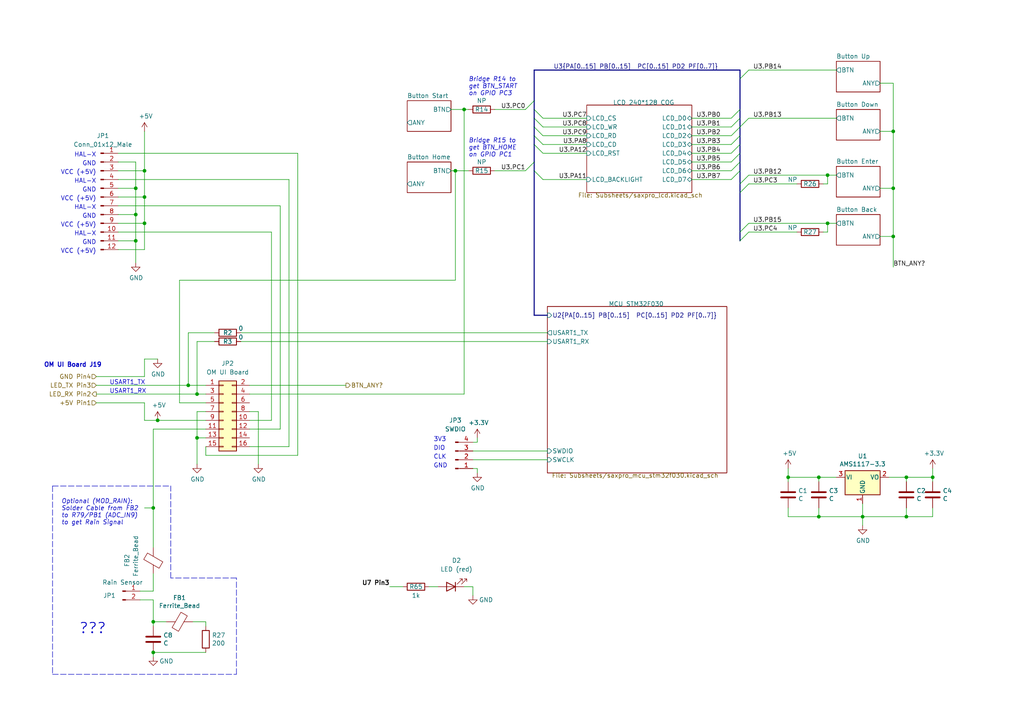
<source format=kicad_sch>
(kicad_sch (version 20211123) (generator eeschema)
  (paper "A4")
  (title_block (title "YardForce SAxxxPRO Dot-Matrix LCD CoverUI HS49067") (date "2023-08-22") (rev "0.1") (comment 1 "(c) Apehaenger") (comment 2 "For https://openmower.de") (comment 3 "PCB: WYPCB319B, WYM240128K1002") (comment 4 "LCD: WYM240128K10, 2019-12-14, HJ2818W6 A0"))
  (lib_symbols
    (symbol "Connector:Conn_01x02_Male" (pin_names (offset 1.016) hide)
      (property "Reference" "J" (at 0 2.54 0))
      (property "Value" "Conn_01x02_Male" (at 0 -5.08 0))
      (symbol "Conn_01x02_Male_1_1"
        (polyline (pts (xy 1.27 -2.54) (xy 0.8636 -2.54)) (stroke (width 0.1524)))
        (polyline (pts (xy 1.27 0) (xy 0.8636 0)) (stroke (width 0.1524)))
        (rectangle (start 0.8636 -2.413) (end 0 -2.667) (stroke (width 0.1524)) (fill (type outline)))
        (rectangle (start 0.8636 0.127) (end 0 -0.127) (stroke (width 0.1524)) (fill (type outline)))
        (pin passive line (at 5.08 0 180) (length 3.81) (name "Pin_1") (number "1"))
        (pin passive line (at 5.08 -2.54 180) (length 3.81) (name "Pin_2") (number "2"))
      )
    )
    (symbol "Connector:Conn_01x04_Male" (pin_names (offset 1.016) hide)
      (property "Reference" "J" (at 0 5.08 0))
      (property "Value" "Conn_01x04_Male" (at 0 -7.62 0))
      (symbol "Conn_01x04_Male_1_1"
        (polyline (pts (xy 1.27 -5.08) (xy 0.8636 -5.08)) (stroke (width 0.1524)))
        (polyline (pts (xy 1.27 -2.54) (xy 0.8636 -2.54)) (stroke (width 0.1524)))
        (polyline (pts (xy 1.27 0) (xy 0.8636 0)) (stroke (width 0.1524)))
        (polyline (pts (xy 1.27 2.54) (xy 0.8636 2.54)) (stroke (width 0.1524)))
        (rectangle (start 0.8636 -4.953) (end 0 -5.207) (stroke (width 0.1524)) (fill (type outline)))
        (rectangle (start 0.8636 -2.413) (end 0 -2.667) (stroke (width 0.1524)) (fill (type outline)))
        (rectangle (start 0.8636 0.127) (end 0 -0.127) (stroke (width 0.1524)) (fill (type outline)))
        (rectangle (start 0.8636 2.667) (end 0 2.413) (stroke (width 0.1524)) (fill (type outline)))
        (pin passive line (at 5.08 2.54 180) (length 3.81) (name "Pin_1") (number "1"))
        (pin passive line (at 5.08 0 180) (length 3.81) (name "Pin_2") (number "2"))
        (pin passive line (at 5.08 -2.54 180) (length 3.81) (name "Pin_3") (number "3"))
        (pin passive line (at 5.08 -5.08 180) (length 3.81) (name "Pin_4") (number "4"))
      )
    )
    (symbol "Connector:Conn_01x12_Male" (pin_names (offset 1.016) hide)
      (property "Reference" "J" (at 0 15.24 0))
      (property "Value" "Conn_01x12_Male" (at 0 -17.78 0))
      (symbol "Conn_01x12_Male_1_1"
        (polyline (pts (xy 1.27 -15.24) (xy 0.8636 -15.24)) (stroke (width 0.1524)))
        (polyline (pts (xy 1.27 -12.7) (xy 0.8636 -12.7)) (stroke (width 0.1524)))
        (polyline (pts (xy 1.27 -10.16) (xy 0.8636 -10.16)) (stroke (width 0.1524)))
        (polyline (pts (xy 1.27 -7.62) (xy 0.8636 -7.62)) (stroke (width 0.1524)))
        (polyline (pts (xy 1.27 -5.08) (xy 0.8636 -5.08)) (stroke (width 0.1524)))
        (polyline (pts (xy 1.27 -2.54) (xy 0.8636 -2.54)) (stroke (width 0.1524)))
        (polyline (pts (xy 1.27 0) (xy 0.8636 0)) (stroke (width 0.1524)))
        (polyline (pts (xy 1.27 2.54) (xy 0.8636 2.54)) (stroke (width 0.1524)))
        (polyline (pts (xy 1.27 5.08) (xy 0.8636 5.08)) (stroke (width 0.1524)))
        (polyline (pts (xy 1.27 7.62) (xy 0.8636 7.62)) (stroke (width 0.1524)))
        (polyline (pts (xy 1.27 10.16) (xy 0.8636 10.16)) (stroke (width 0.1524)))
        (polyline (pts (xy 1.27 12.7) (xy 0.8636 12.7)) (stroke (width 0.1524)))
        (rectangle (start 0.8636 -15.113) (end 0 -15.367) (stroke (width 0.1524)) (fill (type outline)))
        (rectangle (start 0.8636 -12.573) (end 0 -12.827) (stroke (width 0.1524)) (fill (type outline)))
        (rectangle (start 0.8636 -10.033) (end 0 -10.287) (stroke (width 0.1524)) (fill (type outline)))
        (rectangle (start 0.8636 -7.493) (end 0 -7.747) (stroke (width 0.1524)) (fill (type outline)))
        (rectangle (start 0.8636 -4.953) (end 0 -5.207) (stroke (width 0.1524)) (fill (type outline)))
        (rectangle (start 0.8636 -2.413) (end 0 -2.667) (stroke (width 0.1524)) (fill (type outline)))
        (rectangle (start 0.8636 0.127) (end 0 -0.127) (stroke (width 0.1524)) (fill (type outline)))
        (rectangle (start 0.8636 2.667) (end 0 2.413) (stroke (width 0.1524)) (fill (type outline)))
        (rectangle (start 0.8636 5.207) (end 0 4.953) (stroke (width 0.1524)) (fill (type outline)))
        (rectangle (start 0.8636 7.747) (end 0 7.493) (stroke (width 0.1524)) (fill (type outline)))
        (rectangle (start 0.8636 10.287) (end 0 10.033) (stroke (width 0.1524)) (fill (type outline)))
        (rectangle (start 0.8636 12.827) (end 0 12.573) (stroke (width 0.1524)) (fill (type outline)))
        (pin passive line (at 5.08 12.7 180) (length 3.81) (name "Pin_1") (number "1"))
        (pin passive line (at 5.08 -10.16 180) (length 3.81) (name "Pin_10") (number "10"))
        (pin passive line (at 5.08 -12.7 180) (length 3.81) (name "Pin_11") (number "11"))
        (pin passive line (at 5.08 -15.24 180) (length 3.81) (name "Pin_12") (number "12"))
        (pin passive line (at 5.08 10.16 180) (length 3.81) (name "Pin_2") (number "2"))
        (pin passive line (at 5.08 7.62 180) (length 3.81) (name "Pin_3") (number "3"))
        (pin passive line (at 5.08 5.08 180) (length 3.81) (name "Pin_4") (number "4"))
        (pin passive line (at 5.08 2.54 180) (length 3.81) (name "Pin_5") (number "5"))
        (pin passive line (at 5.08 0 180) (length 3.81) (name "Pin_6") (number "6"))
        (pin passive line (at 5.08 -2.54 180) (length 3.81) (name "Pin_7") (number "7"))
        (pin passive line (at 5.08 -5.08 180) (length 3.81) (name "Pin_8") (number "8"))
        (pin passive line (at 5.08 -7.62 180) (length 3.81) (name "Pin_9") (number "9"))
      )
    )
    (symbol "Connector_Generic:Conn_02x08_Odd_Even" (pin_names (offset 1.016) hide)
      (property "Reference" "J" (at 1.27 10.16 0))
      (property "Value" "Conn_02x08_Odd_Even" (at 1.27 -12.7 0))
      (symbol "Conn_02x08_Odd_Even_1_1"
        (rectangle (start -1.27 -10.033) (end 0 -10.287) (stroke (width 0.1524)))
        (rectangle (start -1.27 -7.493) (end 0 -7.747) (stroke (width 0.1524)))
        (rectangle (start -1.27 -4.953) (end 0 -5.207) (stroke (width 0.1524)))
        (rectangle (start -1.27 -2.413) (end 0 -2.667) (stroke (width 0.1524)))
        (rectangle (start -1.27 0.127) (end 0 -0.127) (stroke (width 0.1524)))
        (rectangle (start -1.27 2.667) (end 0 2.413) (stroke (width 0.1524)))
        (rectangle (start -1.27 5.207) (end 0 4.953) (stroke (width 0.1524)))
        (rectangle (start -1.27 7.747) (end 0 7.493) (stroke (width 0.1524)))
        (rectangle (start -1.27 8.89) (end 3.81 -11.43) (stroke (width 0.254)) (fill (type background)))
        (rectangle (start 3.81 -10.033) (end 2.54 -10.287) (stroke (width 0.1524)))
        (rectangle (start 3.81 -7.493) (end 2.54 -7.747) (stroke (width 0.1524)))
        (rectangle (start 3.81 -4.953) (end 2.54 -5.207) (stroke (width 0.1524)))
        (rectangle (start 3.81 -2.413) (end 2.54 -2.667) (stroke (width 0.1524)))
        (rectangle (start 3.81 0.127) (end 2.54 -0.127) (stroke (width 0.1524)))
        (rectangle (start 3.81 2.667) (end 2.54 2.413) (stroke (width 0.1524)))
        (rectangle (start 3.81 5.207) (end 2.54 4.953) (stroke (width 0.1524)))
        (rectangle (start 3.81 7.747) (end 2.54 7.493) (stroke (width 0.1524)))
        (pin passive line (at -5.08 7.62 0) (length 3.81) (name "Pin_1") (number "1"))
        (pin passive line (at 7.62 -2.54 180) (length 3.81) (name "Pin_10") (number "10"))
        (pin passive line (at -5.08 -5.08 0) (length 3.81) (name "Pin_11") (number "11"))
        (pin passive line (at 7.62 -5.08 180) (length 3.81) (name "Pin_12") (number "12"))
        (pin passive line (at -5.08 -7.62 0) (length 3.81) (name "Pin_13") (number "13"))
        (pin passive line (at 7.62 -7.62 180) (length 3.81) (name "Pin_14") (number "14"))
        (pin passive line (at -5.08 -10.16 0) (length 3.81) (name "Pin_15") (number "15"))
        (pin passive line (at 7.62 -10.16 180) (length 3.81) (name "Pin_16") (number "16"))
        (pin passive line (at 7.62 7.62 180) (length 3.81) (name "Pin_2") (number "2"))
        (pin passive line (at -5.08 5.08 0) (length 3.81) (name "Pin_3") (number "3"))
        (pin passive line (at 7.62 5.08 180) (length 3.81) (name "Pin_4") (number "4"))
        (pin passive line (at -5.08 2.54 0) (length 3.81) (name "Pin_5") (number "5"))
        (pin passive line (at 7.62 2.54 180) (length 3.81) (name "Pin_6") (number "6"))
        (pin passive line (at -5.08 0 0) (length 3.81) (name "Pin_7") (number "7"))
        (pin passive line (at 7.62 0 180) (length 3.81) (name "Pin_8") (number "8"))
        (pin passive line (at -5.08 -2.54 0) (length 3.81) (name "Pin_9") (number "9"))
      )
    )
    (symbol "Device:C" (pin_numbers hide) (pin_names (offset 0.254))
      (property "Reference" "C" (at 0.635 2.54 0))
      (property "Value" "C" (at 0.635 -2.54 0))
      (symbol "C_0_1"
        (polyline (pts (xy -2.032 -0.762) (xy 2.032 -0.762)) (stroke (width 0.508)))
        (polyline (pts (xy -2.032 0.762) (xy 2.032 0.762)) (stroke (width 0.508)))
      )
      (symbol "C_1_1"
        (pin passive line (at 0 3.81 270) (length 2.794) (name "~") (number "1"))
        (pin passive line (at 0 -3.81 90) (length 2.794) (name "~") (number "2"))
      )
    )
    (symbol "Device:Ferrite_Bead" (pin_numbers hide) (pin_names (offset 0))
      (property "Reference" "FB" (at -3.81 0.635 90))
      (property "Value" "Device_Ferrite_Bead" (at 3.81 0 90))
      (symbol "Ferrite_Bead_0_1"
        (polyline (pts (xy 0 -1.27) (xy 0 -1.2192)))
        (polyline (pts (xy 0 1.27) (xy 0 1.2954)))
        (polyline (pts (xy -2.7686 0.4064) (xy -1.7018 2.2606) (xy 2.7686 -0.3048) (xy 1.6764 -2.159) (xy -2.7686 0.4064)))
      )
      (symbol "Ferrite_Bead_1_1"
        (pin passive line (at 0 3.81 270) (length 2.54) (name "~") (number "1"))
        (pin passive line (at 0 -3.81 90) (length 2.54) (name "~") (number "2"))
      )
    )
    (symbol "Device:LED" (pin_numbers hide) (pin_names (offset 1.016) hide)
      (property "Reference" "D" (at 0 2.54 0))
      (property "Value" "LED" (at 0 -2.54 0))
      (symbol "LED_0_1"
        (polyline (pts (xy -1.27 -1.27) (xy -1.27 1.27)) (stroke (width 0.254)))
        (polyline (pts (xy -1.27 0) (xy 1.27 0)))
        (polyline (pts (xy 1.27 -1.27) (xy 1.27 1.27) (xy -1.27 0) (xy 1.27 -1.27)) (stroke (width 0.254)))
        (polyline (pts (xy -3.048 -0.762) (xy -4.572 -2.286) (xy -3.81 -2.286) (xy -4.572 -2.286) (xy -4.572 -1.524)))
        (polyline (pts (xy -1.778 -0.762) (xy -3.302 -2.286) (xy -2.54 -2.286) (xy -3.302 -2.286) (xy -3.302 -1.524)))
      )
      (symbol "LED_1_1"
        (pin passive line (at -3.81 0 0) (length 2.54) (name "K") (number "1"))
        (pin passive line (at 3.81 0 180) (length 2.54) (name "A") (number "2"))
      )
    )
    (symbol "Device:R" (pin_numbers hide) (pin_names (offset 0))
      (property "Reference" "R" (at 2.032 0 90))
      (property "Value" "R" (at 0 0 90))
      (symbol "R_0_1"
        (rectangle (start -1.016 -2.54) (end 1.016 2.54) (stroke (width 0.254)))
      )
      (symbol "R_1_1"
        (pin passive line (at 0 3.81 270) (length 1.27) (name "~") (number "1"))
        (pin passive line (at 0 -3.81 90) (length 1.27) (name "~") (number "2"))
      )
    )
    (symbol "Regulator_Linear:AMS1117-3.3" (pin_names (offset 0.254))
      (property "Reference" "U" (at -3.81 3.175 0))
      (property "Value" "AMS1117-3.3" (at 0 3.175 0))
      (symbol "AMS1117-3.3_0_1"
        (rectangle (start -5.08 -5.08) (end 5.08 1.905) (stroke (width 0.254)) (fill (type background)))
      )
      (symbol "AMS1117-3.3_1_1"
        (pin power_in line (at 0 -7.62 90) (length 2.54) (name "GND") (number "1"))
        (pin power_out line (at 7.62 0 180) (length 2.54) (name "VO") (number "2"))
        (pin power_in line (at -7.62 0 0) (length 2.54) (name "VI") (number "3"))
      )
    )
    (symbol "power:+3.3V" (power) (pin_names (offset 0))
      (property "Value" "+3.3V" (at 0 3.556 0))
      (symbol "+3.3V_0_1"
        (polyline (pts (xy -0.762 1.27) (xy 0 2.54)))
        (polyline (pts (xy 0 0) (xy 0 2.54)))
        (polyline (pts (xy 0 2.54) (xy 0.762 1.27)))
      )
      (symbol "+3.3V_1_1"
        (pin power_in line (at 0 0 90) (length 0) hide (name "+3.3V") (number "1"))
      )
    )
    (symbol "power:+5V" (power) (pin_names (offset 0))
      (property "Value" "+5V" (at 0 3.556 0))
      (symbol "+5V_0_1"
        (polyline (pts (xy -0.762 1.27) (xy 0 2.54)))
        (polyline (pts (xy 0 0) (xy 0 2.54)))
        (polyline (pts (xy 0 2.54) (xy 0.762 1.27)))
      )
      (symbol "+5V_1_1"
        (pin power_in line (at 0 0 90) (length 0) hide (name "+5V") (number "1"))
      )
    )
    (symbol "power:GND" (power) (pin_names (offset 0))
      (property "Value" "GND" (at 0 -3.81 0))
      (symbol "GND_0_1"
        (polyline (pts (xy 0 0) (xy 0 -1.27) (xy 1.27 -1.27) (xy 0 -2.54) (xy -1.27 -1.27) (xy 0 -1.27)))
      )
      (symbol "GND_1_1"
        (pin power_in line (at 0 0 270) (length 0) hide (name "GND") (number "1"))
      )
    )
  )
  (junction (at 39.37 69.85))
  (junction (at 240.03 50.8))
  (junction (at 57.15 114.3))
  (junction (at 57.15 127))
  (junction (at 250.19 149.86))
  (junction (at 237.49 149.86))
  (junction (at 45.72 121.92))
  (junction (at 262.89 149.86))
  (junction (at 262.89 138.43))
  (junction (at 237.49 138.43))
  (junction (at 44.45 189.23))
  (junction (at 132.08 49.53))
  (junction (at 240.03 64.77))
  (junction (at 54.61 111.76))
  (junction (at 41.91 64.77))
  (junction (at 259.08 54.61))
  (junction (at 41.91 49.53))
  (junction (at 259.08 38.1))
  (junction (at 270.51 138.43))
  (junction (at 134.62 31.75))
  (junction (at 44.45 147.32))
  (junction (at 41.91 57.15))
  (junction (at 39.37 62.23))
  (junction (at 228.6 138.43))
  (junction (at 39.37 54.61))
  (junction (at 259.08 68.58))
  (junction (at 44.45 180.34))
  (bus_entry (at 214.63 41.91) (size -2.54 2.54))
  (bus_entry (at 154.94 49.53) (size 2.54 2.54))
  (bus_entry (at 214.63 46.99) (size -2.54 2.54))
  (bus_entry (at 214.63 39.37) (size -2.54 2.54))
  (bus_entry (at 154.94 31.75) (size 2.54 2.54))
  (bus_entry (at 214.63 22.86) (size 2.54 -2.54))
  (bus_entry (at 217.17 50.8) (size -2.54 2.54))
  (bus_entry (at 154.94 41.91) (size 2.54 2.54))
  (bus_entry (at 214.63 34.29) (size -2.54 2.54))
  (bus_entry (at 154.94 39.37) (size 2.54 2.54))
  (bus_entry (at 217.17 67.31) (size -2.54 2.54))
  (bus_entry (at 217.17 64.77) (size -2.54 2.54))
  (bus_entry (at 152.4 49.53) (size 2.54 -2.54))
  (bus_entry (at 154.94 29.21) (size -2.54 2.54))
  (bus_entry (at 214.63 44.45) (size -2.54 2.54))
  (bus_entry (at 212.09 39.37) (size 2.54 -2.54))
  (bus_entry (at 214.63 49.53) (size -2.54 2.54))
  (bus_entry (at 217.17 53.34) (size -2.54 2.54))
  (bus_entry (at 214.63 36.83) (size 2.54 -2.54))
  (bus_entry (at 154.94 34.29) (size 2.54 2.54))
  (bus_entry (at 154.94 36.83) (size 2.54 2.54))
  (bus_entry (at 214.63 31.75) (size -2.54 2.54))
  (polyline (pts (xy 68.58 167.64) (xy 49.53 167.64)))
  (wire (pts (xy 238.76 53.34) (xy 240.03 53.34)))
  (wire (pts (xy 270.51 138.43) (xy 270.51 139.7)))
  (bus (pts (xy 154.94 20.32) (xy 214.63 20.32)))
  (wire (pts (xy 137.16 133.35) (xy 158.75 133.35)))
  (wire (pts (xy 57.15 114.3) (xy 59.69 114.3)))
  (wire (pts (xy 228.6 138.43) (xy 228.6 139.7)))
  (bus (pts (xy 214.63 22.86) (xy 214.63 31.75)))
  (bus (pts (xy 214.63 46.99) (xy 214.63 49.53)))
  (wire (pts (xy 44.45 147.32) (xy 44.45 158.75)))
  (wire (pts (xy 34.29 57.15) (xy 41.91 57.15)))
  (wire (pts (xy 255.27 54.61) (xy 259.08 54.61)))
  (wire (pts (xy 41.91 147.32) (xy 44.45 147.32)))
  (wire (pts (xy 237.49 147.32) (xy 237.49 149.86)))
  (wire (pts (xy 40.64 173.99) (xy 44.45 173.99)))
  (wire (pts (xy 217.17 50.8) (xy 240.03 50.8)))
  (polyline (pts (xy 15.24 195.58) (xy 68.58 195.58)))
  (bus (pts (xy 214.63 67.31) (xy 214.63 69.85)))
  (wire (pts (xy 34.29 44.45) (xy 86.36 44.45)))
  (wire (pts (xy 255.27 38.1) (xy 259.08 38.1)))
  (wire (pts (xy 217.17 64.77) (xy 240.03 64.77)))
  (wire (pts (xy 237.49 138.43) (xy 242.57 138.43)))
  (wire (pts (xy 41.91 57.15) (xy 41.91 49.53)))
  (bus (pts (xy 214.63 39.37) (xy 214.63 41.91)))
  (wire (pts (xy 200.66 36.83) (xy 212.09 36.83)))
  (wire (pts (xy 152.4 49.53) (xy 143.51 49.53)))
  (wire (pts (xy 259.08 38.1) (xy 259.08 54.61)))
  (wire (pts (xy 52.07 81.28) (xy 132.08 81.28)))
  (wire (pts (xy 72.39 114.3) (xy 134.62 114.3)))
  (wire (pts (xy 200.66 41.91) (xy 212.09 41.91)))
  (polyline (pts (xy 15.24 140.97) (xy 49.53 140.97)))
  (wire (pts (xy 137.16 135.89) (xy 138.43 135.89)))
  (wire (pts (xy 27.94 116.84) (xy 41.91 116.84)))
  (wire (pts (xy 262.89 138.43) (xy 270.51 138.43)))
  (wire (pts (xy 41.91 116.84) (xy 41.91 121.92)))
  (wire (pts (xy 113.03 170.18) (xy 116.84 170.18)))
  (bus (pts (xy 214.63 31.75) (xy 214.63 34.29)))
  (wire (pts (xy 250.19 146.05) (xy 250.19 149.86)))
  (wire (pts (xy 45.72 121.92) (xy 59.69 121.92)))
  (polyline (pts (xy 15.24 140.97) (xy 15.24 195.58)))
  (wire (pts (xy 27.94 114.3) (xy 57.15 114.3)))
  (wire (pts (xy 27.94 111.76) (xy 54.61 111.76)))
  (bus (pts (xy 154.94 34.29) (xy 154.94 31.75)))
  (wire (pts (xy 152.4 31.75) (xy 143.51 31.75)))
  (wire (pts (xy 228.6 147.32) (xy 228.6 149.86)))
  (bus (pts (xy 154.94 36.83) (xy 154.94 34.29)))
  (wire (pts (xy 27.94 109.22) (xy 41.91 109.22)))
  (wire (pts (xy 41.91 72.39) (xy 41.91 64.77)))
  (wire (pts (xy 270.51 149.86) (xy 270.51 147.32)))
  (wire (pts (xy 237.49 149.86) (xy 250.19 149.86)))
  (bus (pts (xy 158.75 91.44) (xy 154.94 91.44)))
  (wire (pts (xy 54.61 96.52) (xy 54.61 111.76)))
  (wire (pts (xy 41.91 121.92) (xy 45.72 121.92)))
  (wire (pts (xy 74.93 119.38) (xy 74.93 134.62)))
  (wire (pts (xy 59.69 189.23) (xy 44.45 189.23)))
  (wire (pts (xy 52.07 116.84) (xy 52.07 81.28)))
  (wire (pts (xy 200.66 44.45) (xy 212.09 44.45)))
  (wire (pts (xy 83.82 52.07) (xy 83.82 129.54)))
  (wire (pts (xy 34.29 59.69) (xy 81.28 59.69)))
  (wire (pts (xy 44.45 124.46) (xy 59.69 124.46)))
  (wire (pts (xy 228.6 138.43) (xy 237.49 138.43)))
  (wire (pts (xy 200.66 52.07) (xy 212.09 52.07)))
  (wire (pts (xy 44.45 124.46) (xy 44.45 147.32)))
  (wire (pts (xy 137.16 128.27) (xy 138.43 128.27)))
  (wire (pts (xy 250.19 149.86) (xy 262.89 149.86)))
  (wire (pts (xy 52.07 116.84) (xy 59.69 116.84)))
  (wire (pts (xy 200.66 49.53) (xy 212.09 49.53)))
  (wire (pts (xy 86.36 44.45) (xy 86.36 132.08)))
  (bus (pts (xy 214.63 36.83) (xy 214.63 39.37)))
  (wire (pts (xy 72.39 111.76) (xy 100.33 111.76)))
  (wire (pts (xy 41.91 49.53) (xy 41.91 38.1)))
  (wire (pts (xy 34.29 49.53) (xy 41.91 49.53)))
  (wire (pts (xy 257.81 138.43) (xy 262.89 138.43)))
  (wire (pts (xy 62.23 96.52) (xy 54.61 96.52)))
  (wire (pts (xy 217.17 34.29) (xy 242.57 34.29)))
  (wire (pts (xy 262.89 149.86) (xy 270.51 149.86)))
  (wire (pts (xy 72.39 119.38) (xy 74.93 119.38)))
  (bus (pts (xy 214.63 55.88) (xy 214.63 67.31)))
  (wire (pts (xy 59.69 180.34) (xy 55.88 180.34)))
  (wire (pts (xy 59.69 119.38) (xy 57.15 119.38)))
  (wire (pts (xy 34.29 52.07) (xy 83.82 52.07)))
  (wire (pts (xy 69.85 96.52) (xy 158.75 96.52)))
  (wire (pts (xy 132.08 49.53) (xy 135.89 49.53)))
  (wire (pts (xy 81.28 59.69) (xy 81.28 124.46)))
  (wire (pts (xy 41.91 104.14) (xy 45.72 104.14)))
  (wire (pts (xy 255.27 24.13) (xy 259.08 24.13)))
  (wire (pts (xy 157.48 36.83) (xy 170.18 36.83)))
  (wire (pts (xy 69.85 99.06) (xy 158.75 99.06)))
  (wire (pts (xy 57.15 127) (xy 59.69 127)))
  (wire (pts (xy 259.08 54.61) (xy 259.08 68.58)))
  (wire (pts (xy 157.48 39.37) (xy 170.18 39.37)))
  (bus (pts (xy 214.63 44.45) (xy 214.63 46.99)))
  (wire (pts (xy 44.45 173.99) (xy 44.45 180.34)))
  (wire (pts (xy 72.39 121.92) (xy 78.74 121.92)))
  (wire (pts (xy 228.6 138.43) (xy 228.6 135.89)))
  (wire (pts (xy 240.03 64.77) (xy 242.57 64.77)))
  (wire (pts (xy 200.66 39.37) (xy 212.09 39.37)))
  (wire (pts (xy 124.46 170.18) (xy 127 170.18)))
  (wire (pts (xy 34.29 64.77) (xy 41.91 64.77)))
  (wire (pts (xy 132.08 81.28) (xy 132.08 49.53)))
  (wire (pts (xy 134.62 170.18) (xy 137.16 170.18)))
  (wire (pts (xy 157.48 52.07) (xy 170.18 52.07)))
  (wire (pts (xy 34.29 54.61) (xy 39.37 54.61)))
  (wire (pts (xy 134.62 114.3) (xy 134.62 31.75)))
  (wire (pts (xy 240.03 53.34) (xy 240.03 50.8)))
  (wire (pts (xy 250.19 149.86) (xy 250.19 152.4)))
  (wire (pts (xy 240.03 64.77) (xy 240.03 67.31)))
  (wire (pts (xy 40.64 171.45) (xy 44.45 171.45)))
  (wire (pts (xy 228.6 149.86) (xy 237.49 149.86)))
  (wire (pts (xy 34.29 69.85) (xy 39.37 69.85)))
  (bus (pts (xy 154.94 29.21) (xy 154.94 31.75)))
  (wire (pts (xy 157.48 44.45) (xy 170.18 44.45)))
  (wire (pts (xy 41.91 64.77) (xy 41.91 57.15)))
  (wire (pts (xy 130.81 31.75) (xy 134.62 31.75)))
  (wire (pts (xy 39.37 62.23) (xy 39.37 69.85)))
  (wire (pts (xy 59.69 181.61) (xy 59.69 180.34)))
  (wire (pts (xy 217.17 20.32) (xy 242.57 20.32)))
  (wire (pts (xy 59.69 132.08) (xy 59.69 129.54)))
  (wire (pts (xy 39.37 46.99) (xy 39.37 54.61)))
  (wire (pts (xy 238.76 67.31) (xy 240.03 67.31)))
  (wire (pts (xy 44.45 189.23) (xy 44.45 190.5)))
  (wire (pts (xy 44.45 181.61) (xy 44.45 180.34)))
  (wire (pts (xy 134.62 31.75) (xy 135.89 31.75)))
  (wire (pts (xy 231.14 67.31) (xy 217.17 67.31)))
  (wire (pts (xy 34.29 62.23) (xy 39.37 62.23)))
  (wire (pts (xy 72.39 129.54) (xy 83.82 129.54)))
  (wire (pts (xy 34.29 72.39) (xy 41.91 72.39)))
  (wire (pts (xy 44.45 166.37) (xy 44.45 171.45)))
  (wire (pts (xy 137.16 130.81) (xy 158.75 130.81)))
  (wire (pts (xy 57.15 99.06) (xy 57.15 114.3)))
  (bus (pts (xy 154.94 46.99) (xy 154.94 41.91)))
  (wire (pts (xy 57.15 119.38) (xy 57.15 127)))
  (wire (pts (xy 78.74 67.31) (xy 78.74 121.92)))
  (wire (pts (xy 44.45 180.34) (xy 48.26 180.34)))
  (wire (pts (xy 237.49 139.7) (xy 237.49 138.43)))
  (wire (pts (xy 157.48 34.29) (xy 170.18 34.29)))
  (wire (pts (xy 138.43 128.27) (xy 138.43 127)))
  (wire (pts (xy 259.08 68.58) (xy 259.08 77.47)))
  (wire (pts (xy 259.08 68.58) (xy 255.27 68.58)))
  (bus (pts (xy 214.63 20.32) (xy 214.63 22.86)))
  (polyline (pts (xy 49.53 167.64) (xy 49.53 140.97)))
  (wire (pts (xy 62.23 99.06) (xy 57.15 99.06)))
  (wire (pts (xy 72.39 124.46) (xy 81.28 124.46)))
  (bus (pts (xy 214.63 34.29) (xy 214.63 36.83)))
  (wire (pts (xy 240.03 50.8) (xy 242.57 50.8)))
  (bus (pts (xy 154.94 91.44) (xy 154.94 49.53)))
  (wire (pts (xy 157.48 41.91) (xy 170.18 41.91)))
  (polyline (pts (xy 68.58 195.58) (xy 68.58 167.64)))
  (wire (pts (xy 34.29 46.99) (xy 39.37 46.99)))
  (wire (pts (xy 262.89 138.43) (xy 262.89 139.7)))
  (wire (pts (xy 137.16 170.18) (xy 137.16 172.72)))
  (wire (pts (xy 39.37 69.85) (xy 39.37 76.2)))
  (wire (pts (xy 130.81 49.53) (xy 132.08 49.53)))
  (wire (pts (xy 270.51 138.43) (xy 270.51 135.89)))
  (bus (pts (xy 154.94 41.91) (xy 154.94 39.37)))
  (wire (pts (xy 54.61 111.76) (xy 59.69 111.76)))
  (bus (pts (xy 154.94 20.32) (xy 154.94 29.21)))
  (wire (pts (xy 34.29 67.31) (xy 78.74 67.31)))
  (bus (pts (xy 154.94 39.37) (xy 154.94 36.83)))
  (wire (pts (xy 138.43 135.89) (xy 138.43 137.16)))
  (wire (pts (xy 200.66 34.29) (xy 212.09 34.29)))
  (wire (pts (xy 59.69 132.08) (xy 86.36 132.08)))
  (bus (pts (xy 154.94 49.53) (xy 154.94 46.99)))
  (wire (pts (xy 259.08 24.13) (xy 259.08 38.1)))
  (bus (pts (xy 214.63 49.53) (xy 214.63 53.34)))
  (wire (pts (xy 57.15 127) (xy 57.15 134.62)))
  (bus (pts (xy 214.63 53.34) (xy 214.63 55.88)))
  (wire (pts (xy 231.14 53.34) (xy 217.17 53.34)))
  (bus (pts (xy 214.63 41.91) (xy 214.63 44.45)))
  (wire (pts (xy 41.91 109.22) (xy 41.91 104.14)))
  (wire (pts (xy 262.89 147.32) (xy 262.89 149.86)))
  (wire (pts (xy 39.37 54.61) (xy 39.37 62.23)))
  (wire (pts (xy 200.66 46.99) (xy 212.09 46.99)))
  (text "VCC (+5V)" (at 27.94 66.04 180) (effects (font (size 1.27 1.27)) (justify right bottom)))
  (text "DIO" (at 125.73 130.81 0) (effects (font (size 1.27 1.27)) (justify left bottom)))
  (text "USART1_TX" (at 31.75 111.76 0) (effects (font (size 1.27 1.27)) (justify left bottom)))
  (text "3V3" (at 125.73 128.27 0) (effects (font (size 1.27 1.27)) (justify left bottom)))
  (text "HAL-X" (at 27.94 53.34 180) (effects (font (size 1.27 1.27)) (justify right bottom)))
  (text "???" (at 22.86 184.15 0) (effects (font (size 3 3) (thickness 0.254) bold) (justify left bottom)))
  (text "OM UI Board J19" (at 12.7 106.68 0) (effects (font (size 1.27 1.27) (thickness 0.254) bold) (justify left bottom)))
  (text "CLK" (at 125.73 133.35 0) (effects (font (size 1.27 1.27)) (justify left bottom)))
  (text "HAL-X" (at 27.94 45.72 180) (effects (font (size 1.27 1.27)) (justify right bottom)))
  (text "Optional (MOD_RAIN):\nSolder Cable from FB2\nto R79/PB1 (ADC_IN9)\nto get Rain Signal" (at 17.78 152.4 0) (effects (font (size 1.27 1.27) italic) (justify left bottom)))
  (text "Bridge R15 to\nget BTN_HOME\non GPIO PC1" (at 135.89 45.72 0) (effects (font (size 1.27 1.27) italic) (justify left bottom)))
  (text "GND" (at 27.94 71.12 180) (effects (font (size 1.27 1.27)) (justify right bottom)))
  (text "GND" (at 27.94 55.88 180) (effects (font (size 1.27 1.27)) (justify right bottom)))
  (text "VCC (+5V)" (at 27.94 50.8 180) (effects (font (size 1.27 1.27)) (justify right bottom)))
  (text "VCC (+5V)" (at 27.94 73.66 180) (effects (font (size 1.27 1.27)) (justify right bottom)))
  (text "GND" (at 125.73 135.89 0) (effects (font (size 1.27 1.27)) (justify left bottom)))
  (text "GND" (at 27.94 63.5 180) (effects (font (size 1.27 1.27)) (justify right bottom)))
  (text "VCC (+5V)" (at 27.94 58.42 180) (effects (font (size 1.27 1.27)) (justify right bottom)))
  (text "Bridge R14 to\nget BTN_START\non GPIO PC3" (at 135.89 27.94 0) (effects (font (size 1.27 1.27) italic) (justify left bottom)))
  (text "HAL-X" (at 27.94 68.58 180) (effects (font (size 1.27 1.27)) (justify right bottom)))
  (text "GND" (at 27.94 48.26 180) (effects (font (size 1.27 1.27)) (justify right bottom)))
  (text "USART1_RX" (at 31.75 114.3 0) (effects (font (size 1.27 1.27)) (justify left bottom)))
  (text "HAL-X" (at 27.94 60.96 180) (effects (font (size 1.27 1.27)) (justify right bottom)))
  (label "U3.PB6" (at 201.93 49.53 0))
  (label "U3.PB14" (at 218.44 20.32 0))
  (label "U3.PC8" (at 170.18 36.83 180))
  (label "U3.PB2" (at 201.93 39.37 0))
  (label "U3.PC4" (at 218.44 67.31 0))
  (label "U3.PC7" (at 170.18 34.29 180))
  (label "U3.PB5" (at 201.93 46.99 0))
  (label "U3.PB15" (at 218.44 64.77 0))
  (label "U3.PC1" (at 152.4 49.53 180))
  (label "U3{PA[0..15] PB[0..15]  PC[0..15] PD2 PF[0..7]}" (at 208.28 20.32 180))
  (label "BTN_ANY?" (at 259.08 77.47 0))
  (label "U3.PB4" (at 201.93 44.45 0))
  (label "U3.PB12" (at 218.44 50.8 0))
  (label "U3.PB7" (at 201.93 52.07 0))
  (label "U3.PC0" (at 152.4 31.75 180))
  (label "U3.PA8" (at 170.18 41.91 180))
  (label "U3.PC9" (at 170.18 39.37 180))
  (label "U3.PB13" (at 218.44 34.29 0))
  (label "U3.PB3" (at 201.93 41.91 0))
  (label "U3.PB0" (at 201.93 34.29 0))
  (label "U3.PB1" (at 201.93 36.83 0))
  (label "U3.PA12" (at 170.18 44.45 180))
  (label "U3.PC3" (at 218.44 53.34 0))
  (label "U7 Pin3" (at 113.03 170.18 180) (effects (font bold)))
  (label "U3.PA11" (at 170.18 52.07 180))
  (hierarchical_label "GND Pin4" (shape input) (at 27.94 109.22 180))
  (hierarchical_label "LED_TX Pin3" (shape input) (at 27.94 111.76 180))
  (hierarchical_label "BTN_ANY?" (shape output) (at 100.33 111.76 0))
  (hierarchical_label "LED_RX Pin2" (shape output) (at 27.94 114.3 180))
  (hierarchical_label "+5V Pin1" (shape input) (at 27.94 116.84 180))
  (symbol (lib_id "Connector:Conn_01x12_Male") (at 29.21 57.15 0) (unit 1)
    (property "Reference" "JP1" (at 29.845 39.37 0))
    (property "Value" "Conn_01x12_Male" (at 29.845 41.91 0))
  )
  (symbol (lib_id "Connector:Conn_01x04_Male") (at 132.08 133.35 0) (mirror x) (unit 1)
    (property "Reference" "JP3" (at 132.08 121.92 0))
    (property "Value" "SWDIO" (at 132.08 124.46 0))
  )
  (symbol (lib_id "Device:Ferrite_Bead") (at 44.45 162.56 180) (unit 1)
    (property "Reference" "FB2" (at 36.83 162.56 90))
    (property "Value" "Ferrite_Bead" (at 39.37 161.29 90))
  )
  (symbol (lib_id "power:+5V") (at 45.72 121.92 0) (unit 1)
    (property "Reference" "#PWR?" (effects hide))
    (property "Value" "+5V" (at 46.101 117.5258 0))
  )
  (symbol (lib_id "Device:C") (at 270.51 143.51 0) (unit 1)
    (property "Reference" "C4" (at 273.431 142.3416 0) (effects (justify left)))
    (property "Value" "C" (at 273.431 144.653 0) (effects (justify left)))
  )
  (symbol (lib_id "Device:C") (at 237.49 143.51 0) (unit 1)
    (property "Reference" "C3" (at 240.411 142.3416 0) (effects (justify left)))
    (property "Value" "C" (at 240.411 144.653 0) (effects (justify left)))
  )
  (symbol (lib_id "Connector_Generic:Conn_02x08_Odd_Even") (at 64.77 119.38 0) (unit 1)
    (property "Reference" "JP2" (at 66.04 105.41 0))
    (property "Value" "OM UI Board" (at 66.04 107.95 0))
  )
  (symbol (lib_id "Device:R") (at 59.69 185.42 0) (unit 1)
    (property "Reference" "R27" (at 61.468 184.2516 0) (effects (justify left)))
    (property "Value" "200" (at 61.468 186.563 0) (effects (justify left)))
  )
  (symbol (lib_id "Regulator_Linear:AMS1117-3.3") (at 250.19 138.43 0) (unit 1)
    (property "Reference" "U1" (at 250.19 132.2832 0))
    (property "Value" "AMS1117-3.3" (at 250.19 134.5946 0))
    (property "Footprint" "Package_TO_SOT_SMD:SOT-223-3_TabPin2" (effects hide))
    (property "Datasheet" "http://www.advanced-monolithic.com/pdf/ds1117.pdf" (effects hide))
  )
  (symbol (lib_id "Device:R") (at 66.04 96.52 270) (unit 1)
    (property "Reference" "R2" (at 66.04 96.52 90))
    (property "Value" "0" (at 69.85 95.25 90))
  )
  (symbol (lib_id "Device:C") (at 44.45 185.42 0) (unit 1)
    (property "Reference" "C8" (at 47.371 184.2516 0) (effects (justify left)))
    (property "Value" "C" (at 47.371 186.563 0) (effects (justify left)))
  )
  (symbol (lib_id "Device:R") (at 139.7 31.75 270) (unit 1)
    (property "Reference" "R14" (at 139.7 31.75 90))
    (property "Value" "NP" (at 139.7 29.21 90))
  )
  (symbol (lib_id "Device:R") (at 66.04 99.06 270) (unit 1)
    (property "Reference" "R3" (at 66.04 99.06 90))
    (property "Value" "0" (at 69.85 97.79 90))
  )
  (symbol (lib_id "power:+3.3V") (at 138.43 127 0) (unit 1)
    (property "Reference" "#PWR?" (effects hide))
    (property "Value" "+3.3V" (at 138.811 122.6058 0))
  )
  (symbol (lib_id "power:+3.3V") (at 270.51 135.89 0) (unit 1)
    (property "Reference" "#PWR?" (effects hide))
    (property "Value" "+3.3V" (at 270.891 131.4958 0))
  )
  (symbol (lib_id "Device:R") (at 139.7 49.53 270) (unit 1)
    (property "Reference" "R15" (at 139.7 49.53 90))
    (property "Value" "NP" (at 139.7 46.99 90))
  )
  (symbol (lib_id "power:GND") (at 74.93 134.62 0) (unit 1)
    (property "Reference" "#PWR?" (effects hide))
    (property "Value" "GND" (at 75.057 139.0142 0))
  )
  (symbol (lib_id "power:+5V") (at 228.6 135.89 0) (unit 1)
    (property "Reference" "#PWR?" (effects hide))
    (property "Value" "+5V" (at 228.981 131.4958 0))
  )
  (symbol (lib_id "power:GND") (at 137.16 172.72 0) (unit 1)
    (property "Reference" "#PWR?" (effects hide))
    (property "Value" "GND" (at 140.97 173.99 0))
  )
  (symbol (lib_id "Device:R") (at 234.95 53.34 270) (unit 1)
    (property "Reference" "R26" (at 234.95 53.34 90))
    (property "Value" "NP" (at 229.87 52.07 90))
  )
  (symbol (lib_id "power:GND") (at 57.15 134.62 0) (unit 1)
    (property "Reference" "#PWR?" (effects hide))
    (property "Value" "GND" (at 57.277 139.0142 0))
  )
  (symbol (lib_id "Device:C") (at 228.6 143.51 0) (unit 1)
    (property "Reference" "C1" (at 231.521 142.3416 0) (effects (justify left)))
    (property "Value" "C" (at 231.521 144.653 0) (effects (justify left)))
  )
  (symbol (lib_id "power:GND") (at 138.43 137.16 0) (unit 1)
    (property "Reference" "#PWR?" (effects hide))
    (property "Value" "GND" (at 138.557 141.5542 0))
  )
  (symbol (lib_id "power:GND") (at 39.37 76.2 0) (unit 1)
    (property "Reference" "#PWR?" (effects hide))
    (property "Value" "GND" (at 39.497 80.5942 0))
  )
  (symbol (lib_id "power:GND") (at 45.72 104.14 0) (unit 1)
    (property "Reference" "#PWR?" (effects hide))
    (property "Value" "GND" (at 45.847 108.5342 0))
  )
  (symbol (lib_id "Device:C") (at 262.89 143.51 0) (unit 1)
    (property "Reference" "C2" (at 265.811 142.3416 0) (effects (justify left)))
    (property "Value" "C" (at 265.811 144.653 0) (effects (justify left)))
  )
  (symbol (lib_id "power:GND") (at 250.19 152.4 0) (unit 1)
    (property "Reference" "#PWR?" (effects hide))
    (property "Value" "GND" (at 250.317 156.7942 0))
  )
  (symbol (lib_id "Device:Ferrite_Bead") (at 52.07 180.34 270) (unit 1)
    (property "Reference" "FB1" (at 52.07 173.3804 90))
    (property "Value" "Ferrite_Bead" (at 52.07 175.6918 90))
  )
  (symbol (lib_id "Device:R") (at 120.65 170.18 90) (unit 1)
    (property "Reference" "R65" (at 120.65 170.18 90))
    (property "Value" "1k" (at 120.65 172.72 90))
  )
  (symbol (lib_id "Device:LED") (at 130.81 170.18 180) (unit 1)
    (property "Reference" "D2" (at 132.3975 162.56 0))
    (property "Value" "LED (red)" (at 132.3975 165.1 0))
  )
  (symbol (lib_id "power:+5V") (at 41.91 38.1 0) (unit 1)
    (property "Reference" "#PWR?" (effects hide))
    (property "Value" "+5V" (at 42.291 33.7058 0))
  )
  (symbol (lib_id "Device:R") (at 234.95 67.31 270) (unit 1)
    (property "Reference" "R27" (at 234.95 67.31 90))
    (property "Value" "NP" (at 229.87 66.04 90))
  )
  (symbol (lib_id "power:GND") (at 44.45 190.5 0) (unit 1)
    (property "Reference" "#PWR?" (effects hide))
    (property "Value" "GND" (at 48.26 191.77 0))
  )
  (symbol (lib_id "Connector:Conn_01x02_Male") (at 35.56 171.45 0) (unit 1)
    (property "Reference" "JP1" (at 31.75 172.72 0))
    (property "Value" "Rain Sensor" (at 35.56 168.91 0))
  )
  (sheet (at 242.57 31.75) (size 12.7 8.89) (stroke (width 0.1524))
    (property "Sheet name" "Button Down" (at 242.57 31.0384 0) (effects (justify left bottom)))
    (property "Sheet file" "Subsheets/saxpro_btn.kicad_sch" (effects hide))
    (pin "ANY" output (at 255.27 38.1 0))
    (pin "BTN" output (at 242.57 34.29 180))
  )
  (sheet (at 242.57 62.23) (size 12.7 8.89) (stroke (width 0.1524))
    (property "Sheet name" "Button Back" (at 242.57 61.5184 0) (effects (justify left bottom)))
    (property "Sheet file" "Subsheets/saxpro_btn.kicad_sch" (effects hide))
    (pin "ANY" output (at 255.27 68.58 0))
    (pin "BTN" output (at 242.57 64.77 180))
  )
  (sheet (at 158.75 88.9) (size 52.07 48.26) (stroke (width 0.1524))
    (property "Sheet name" "MCU STM32F030" (at 176.53 88.9 0) (effects (justify left bottom)))
    (property "Sheet file" "Subsheets/saxpro_mcu_stm32f030.kicad_sch" (at 160.02 137.16 0) (effects (justify left top)))
    (pin "USART1_TX" output (at 158.75 96.52 180))
    (pin "USART1_RX" input (at 158.75 99.06 180))
    (pin "SWDIO" input (at 158.75 130.81 180))
    (pin "SWCLK" input (at 158.75 133.35 180))
    (pin "U2{PA[0..15] PB[0..15]  PC[0..15] PD2 PF[0..7]}" input (at 158.75 91.44 180))
  )
  (sheet (at 170.18 30.48) (size 30.48 25.4) (stroke (width 0.1524))
    (property "Sheet name" "LCD 240*128 COG" (at 177.8 30.48 0) (effects (justify left bottom)))
    (property "Sheet file" "Subsheets/saxpro_lcd.kicad_sch" (at 167.64 55.88 0) (effects (justify left top)))
    (pin "LCD_BACKLIGHT" input (at 170.18 52.07 180))
    (pin "LCD_CS" input (at 170.18 34.29 180))
    (pin "LCD_WR" input (at 170.18 36.83 180))
    (pin "LCD_RD" input (at 170.18 39.37 180))
    (pin "LCD_CD" input (at 170.18 41.91 180))
    (pin "LCD_RST" input (at 170.18 44.45 180))
    (pin "LCD_D0" bidirectional (at 200.66 34.29 0))
    (pin "LCD_D6" bidirectional (at 200.66 49.53 0))
    (pin "LCD_D1" bidirectional (at 200.66 36.83 0))
    (pin "LCD_D4" bidirectional (at 200.66 44.45 0))
    (pin "LCD_D2" bidirectional (at 200.66 39.37 0))
    (pin "LCD_D5" bidirectional (at 200.66 46.99 0))
    (pin "LCD_D3" bidirectional (at 200.66 41.91 0))
    (pin "LCD_D7" bidirectional (at 200.66 52.07 0))
  )
  (sheet (at 242.57 17.78) (size 12.7 8.89) (stroke (width 0.1524))
    (property "Sheet name" "Button Up" (at 242.57 17.0684 0) (effects (justify left bottom)))
    (property "Sheet file" "Subsheets/saxpro_btn.kicad_sch" (effects hide))
    (pin "ANY" output (at 255.27 24.13 0))
    (pin "BTN" output (at 242.57 20.32 180))
  )
  (sheet (at 118.11 46.99) (size 12.7 8.89) (stroke (width 0.1524))
    (property "Sheet name" "Button Home" (at 118.11 46.2784 0) (effects (justify left bottom)))
    (property "Sheet file" "Subsheets/saxpro_btn.kicad_sch" (effects hide))
    (pin "ANY" output (at 118.11 53.34 180))
    (pin "BTN" output (at 130.81 49.53 0))
  )
  (sheet (at 118.11 29.21) (size 12.7 8.89) (stroke (width 0.1524))
    (property "Sheet name" "Button Start" (at 118.11 28.4984 0) (effects (justify left bottom)))
    (property "Sheet file" "Subsheets/saxpro_btn.kicad_sch" (effects hide))
    (pin "ANY" output (at 118.11 35.56 180))
    (pin "BTN" output (at 130.81 31.75 0))
  )
  (sheet (at 242.57 48.26) (size 12.7 8.89) (stroke (width 0.1524))
    (property "Sheet name" "Button Enter" (at 242.57 47.5484 0) (effects (justify left bottom)))
    (property "Sheet file" "Subsheets/saxpro_btn.kicad_sch" (effects hide))
    (pin "ANY" output (at 255.27 54.61 0))
    (pin "BTN" output (at 242.57 50.8 180))
  )
)
</source>
